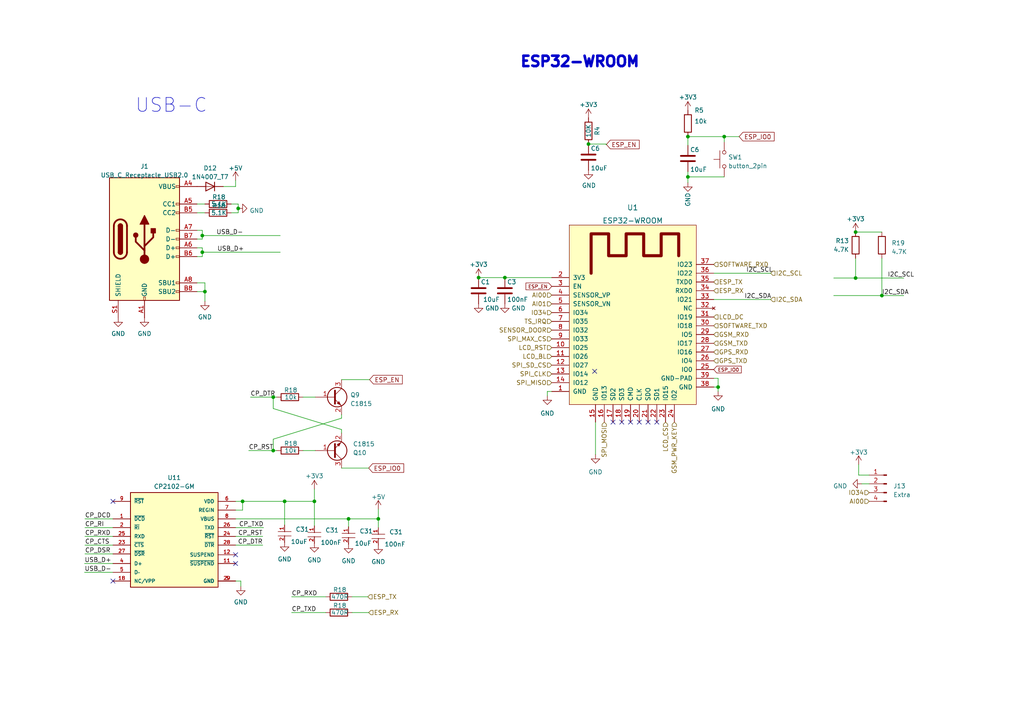
<source format=kicad_sch>
(kicad_sch (version 20230121) (generator eeschema)
  (paper "A4")
  (lib_symbols
    (symbol "+5V_1" (power) (pin_names (offset 0))
      (property "Value" "+5V_1" (at 0 3.556 0))
      (symbol "+5V_1_0_1"
        (polyline (pts (xy -0.762 1.27) (xy 0 2.54)))
        (polyline (pts (xy 0 0) (xy 0 2.54)))
        (polyline (pts (xy 0 2.54) (xy 0.762 1.27)))
      )
      (symbol "+5V_1_1_1"
        (pin power_in line (at 0 0 90) (length 0) hide (name "+5V") (number "1"))
      )
    )
    (symbol "1ph_lib:R0603" (pin_numbers hide) (pin_names (offset 0))
      (property "Reference" "R" (at 2.032 0 90))
      (property "Value" "1ph_lib_R0603" (at 0 0 90))
      (symbol "R0603_0_1"
        (rectangle (start -1.016 -2.54) (end 1.016 2.54) (stroke (width 0.254)))
      )
      (symbol "R0603_1_1"
        (pin passive line (at 0 3.81 270) (length 1.27) (name "~") (number "1"))
        (pin passive line (at 0 -3.81 90) (length 1.27) (name "~") (number "2"))
      )
    )
    (symbol "Connector:Conn_01x04_Pin" (pin_names (offset 1.016) hide)
      (property "Reference" "J" (at 0 5.08 0))
      (property "Value" "Conn_01x04_Pin" (at 0 -7.62 0))
      (symbol "Conn_01x04_Pin_1_1"
        (polyline (pts (xy 1.27 -5.08) (xy 0.8636 -5.08)) (stroke (width 0.1524)))
        (polyline (pts (xy 1.27 -2.54) (xy 0.8636 -2.54)) (stroke (width 0.1524)))
        (polyline (pts (xy 1.27 0) (xy 0.8636 0)) (stroke (width 0.1524)))
        (polyline (pts (xy 1.27 2.54) (xy 0.8636 2.54)) (stroke (width 0.1524)))
        (rectangle (start 0.8636 -4.953) (end 0 -5.207) (stroke (width 0.1524)) (fill (type outline)))
        (rectangle (start 0.8636 -2.413) (end 0 -2.667) (stroke (width 0.1524)) (fill (type outline)))
        (rectangle (start 0.8636 0.127) (end 0 -0.127) (stroke (width 0.1524)) (fill (type outline)))
        (rectangle (start 0.8636 2.667) (end 0 2.413) (stroke (width 0.1524)) (fill (type outline)))
        (pin passive line (at 5.08 2.54 180) (length 3.81) (name "Pin_1") (number "1"))
        (pin passive line (at 5.08 0 180) (length 3.81) (name "Pin_2") (number "2"))
        (pin passive line (at 5.08 -2.54 180) (length 3.81) (name "Pin_3") (number "3"))
        (pin passive line (at 5.08 -5.08 180) (length 3.81) (name "Pin_4") (number "4"))
      )
    )
    (symbol "Connector:USB_C_Receptacle_USB2.0" (pin_names (offset 1.016))
      (property "Reference" "J" (at -10.16 19.05 0))
      (property "Value" "USB_C_Receptacle_USB2.0" (at 19.05 19.05 0))
      (symbol "USB_C_Receptacle_USB2.0_0_0"
        (rectangle (start -0.254 -17.78) (end 0.254 -16.764))
        (rectangle (start 10.16 -14.986) (end 9.144 -15.494))
        (rectangle (start 10.16 -12.446) (end 9.144 -12.954))
        (rectangle (start 10.16 -4.826) (end 9.144 -5.334))
        (rectangle (start 10.16 -2.286) (end 9.144 -2.794))
        (rectangle (start 10.16 0.254) (end 9.144 -0.254))
        (rectangle (start 10.16 2.794) (end 9.144 2.286))
        (rectangle (start 10.16 7.874) (end 9.144 7.366))
        (rectangle (start 10.16 10.414) (end 9.144 9.906))
        (rectangle (start 10.16 15.494) (end 9.144 14.986))
      )
      (symbol "USB_C_Receptacle_USB2.0_0_1"
        (rectangle (start -10.16 17.78) (end 10.16 -17.78) (stroke (width 0.254)) (fill (type background)))
        (arc (start -8.89 -3.81) (mid -6.985 -5.7067) (end -5.08 -3.81) (stroke (width 0.508)))
        (arc (start -7.62 -3.81) (mid -6.985 -4.4423) (end -6.35 -3.81) (stroke (width 0.254)))
        (arc (start -7.62 -3.81) (mid -6.985 -4.4423) (end -6.35 -3.81) (stroke (width 0.254)) (fill (type outline)))
        (rectangle (start -7.62 -3.81) (end -6.35 3.81) (stroke (width 0.254)) (fill (type outline)))
        (arc (start -6.35 3.81) (mid -6.985 4.4423) (end -7.62 3.81) (stroke (width 0.254)))
        (arc (start -6.35 3.81) (mid -6.985 4.4423) (end -7.62 3.81) (stroke (width 0.254)) (fill (type outline)))
        (arc (start -5.08 3.81) (mid -6.985 5.7067) (end -8.89 3.81) (stroke (width 0.508)))
        (circle (center -2.54 1.143) (radius 0.635) (stroke (width 0.254)) (fill (type outline)))
        (circle (center 0 -5.842) (radius 1.27) (fill (type outline)))
        (polyline (pts (xy -8.89 -3.81) (xy -8.89 3.81)) (stroke (width 0.508)))
        (polyline (pts (xy -5.08 3.81) (xy -5.08 -3.81)) (stroke (width 0.508)))
        (polyline (pts (xy 0 -5.842) (xy 0 4.318)) (stroke (width 0.508)))
        (polyline (pts (xy 0 -3.302) (xy -2.54 -0.762) (xy -2.54 0.508)) (stroke (width 0.508)))
        (polyline (pts (xy 0 -2.032) (xy 2.54 0.508) (xy 2.54 1.778)) (stroke (width 0.508)))
        (polyline (pts (xy -1.27 4.318) (xy 0 6.858) (xy 1.27 4.318) (xy -1.27 4.318)) (stroke (width 0.254)) (fill (type outline)))
        (rectangle (start 1.905 1.778) (end 3.175 3.048) (stroke (width 0.254)) (fill (type outline)))
      )
      (symbol "USB_C_Receptacle_USB2.0_1_1"
        (pin passive line (at 0 -22.86 90) (length 5.08) (name "GND") (number "A1"))
        (pin passive line (at 0 -22.86 90) (length 5.08) hide (name "GND") (number "A12"))
        (pin passive line (at 15.24 15.24 180) (length 5.08) (name "VBUS") (number "A4"))
        (pin bidirectional line (at 15.24 10.16 180) (length 5.08) (name "CC1") (number "A5"))
        (pin bidirectional line (at 15.24 -2.54 180) (length 5.08) (name "D+") (number "A6"))
        (pin bidirectional line (at 15.24 2.54 180) (length 5.08) (name "D-") (number "A7"))
        (pin bidirectional line (at 15.24 -12.7 180) (length 5.08) (name "SBU1") (number "A8"))
        (pin passive line (at 15.24 15.24 180) (length 5.08) hide (name "VBUS") (number "A9"))
        (pin passive line (at 0 -22.86 90) (length 5.08) hide (name "GND") (number "B1"))
        (pin passive line (at 0 -22.86 90) (length 5.08) hide (name "GND") (number "B12"))
        (pin passive line (at 15.24 15.24 180) (length 5.08) hide (name "VBUS") (number "B4"))
        (pin bidirectional line (at 15.24 7.62 180) (length 5.08) (name "CC2") (number "B5"))
        (pin bidirectional line (at 15.24 -5.08 180) (length 5.08) (name "D+") (number "B6"))
        (pin bidirectional line (at 15.24 0 180) (length 5.08) (name "D-") (number "B7"))
        (pin bidirectional line (at 15.24 -15.24 180) (length 5.08) (name "SBU2") (number "B8"))
        (pin passive line (at 15.24 15.24 180) (length 5.08) hide (name "VBUS") (number "B9"))
        (pin passive line (at -7.62 -22.86 90) (length 5.08) (name "SHIELD") (number "S1"))
      )
    )
    (symbol "Device:D" (pin_numbers hide) (pin_names (offset 1.016) hide)
      (property "Reference" "D" (at 0 2.54 0))
      (property "Value" "D" (at 0 -2.54 0))
      (symbol "D_0_1"
        (polyline (pts (xy -1.27 1.27) (xy -1.27 -1.27)) (stroke (width 0.254)))
        (polyline (pts (xy 1.27 0) (xy -1.27 0)))
        (polyline (pts (xy 1.27 1.27) (xy 1.27 -1.27) (xy -1.27 0) (xy 1.27 1.27)) (stroke (width 0.254)))
      )
      (symbol "D_1_1"
        (pin passive line (at -3.81 0 0) (length 2.54) (name "K") (number "1"))
        (pin passive line (at 3.81 0 180) (length 2.54) (name "A") (number "2"))
      )
    )
    (symbol "Device:Q_NPN_BEC" (pin_names (offset 0) hide)
      (property "Reference" "Q" (at 5.08 1.27 0))
      (property "Value" "Q_NPN_BEC" (at 5.08 -1.27 0))
      (symbol "Q_NPN_BEC_0_1"
        (polyline (pts (xy 0.635 0.635) (xy 2.54 2.54)))
        (polyline (pts (xy 0.635 -0.635) (xy 2.54 -2.54) (xy 2.54 -2.54)))
        (polyline (pts (xy 0.635 1.905) (xy 0.635 -1.905) (xy 0.635 -1.905)) (stroke (width 0.508)))
        (polyline (pts (xy 1.27 -1.778) (xy 1.778 -1.27) (xy 2.286 -2.286) (xy 1.27 -1.778) (xy 1.27 -1.778)) (fill (type outline)))
        (circle (center 1.27 0) (radius 2.8194) (stroke (width 0.254)))
      )
      (symbol "Q_NPN_BEC_1_1"
        (pin input line (at -5.08 0 0) (length 5.715) (name "B") (number "1"))
        (pin passive line (at 2.54 -5.08 90) (length 2.54) (name "E") (number "2"))
        (pin passive line (at 2.54 5.08 270) (length 2.54) (name "C") (number "3"))
      )
    )
    (symbol "Device:R" (pin_numbers hide) (pin_names (offset 0))
      (property "Reference" "R" (at 2.032 0 90))
      (property "Value" "R" (at 0 0 90))
      (symbol "R_0_1"
        (rectangle (start -1.016 -2.54) (end 1.016 2.54) (stroke (width 0.254)))
      )
      (symbol "R_1_1"
        (pin passive line (at 0 3.81 270) (length 1.27) (name "~") (number "1"))
        (pin passive line (at 0 -3.81 90) (length 1.27) (name "~") (number "2"))
      )
    )
    (symbol "GND_1" (power) (pin_names (offset 0))
      (property "Value" "GND_1" (at 0 -3.81 0))
      (symbol "GND_1_0_1"
        (polyline (pts (xy 0 0) (xy 0 -1.27) (xy 1.27 -1.27) (xy 0 -2.54) (xy -1.27 -1.27) (xy 0 -1.27)))
      )
      (symbol "GND_1_1_1"
        (pin power_in line (at 0 0 270) (length 0) hide (name "GND") (number "1"))
      )
    )
    (symbol "GND_2" (power) (pin_names (offset 0))
      (property "Value" "GND_2" (at 0 -3.81 0))
      (symbol "GND_2_0_1"
        (polyline (pts (xy 0 0) (xy 0 -1.27) (xy 1.27 -1.27) (xy 0 -2.54) (xy -1.27 -1.27) (xy 0 -1.27)))
      )
      (symbol "GND_2_1_1"
        (pin power_in line (at 0 0 270) (length 0) hide (name "GND") (number "1"))
      )
    )
    (symbol "Lib_Ph:button_2pin" (pin_numbers hide) (pin_names (offset 1.016) hide)
      (property "Reference" "SW" (at 0 8.89 0))
      (property "Value" "button_2pin" (at 1.27 -1.27 0))
      (symbol "button_2pin_1_1"
        (circle (center -2.032 2.54) (radius 0.508))
        (polyline (pts (xy 0 3.81) (xy 0 5.588)))
        (polyline (pts (xy 2.54 3.81) (xy -2.54 3.81)))
        (circle (center 2.032 2.54) (radius 0.508))
        (pin passive line (at -5.08 2.54 0) (length 2.54) (name "~") (number "1"))
        (pin passive line (at 5.08 2.54 180) (length 2.54) (name "~") (number "2"))
      )
    )
    (symbol "lib_Hien:CP2102" (pin_names (offset 1.016))
      (property "Reference" "U" (at -12.9441 18.3587 0))
      (property "Value" "CP2102-GM" (at -9.144 18.796 0))
      (symbol "CP2102_0_0"
        (rectangle (start -12.7 17.78) (end 12.7 -9.652) (stroke (width 0.254)) (fill (type background)))
        (pin input line (at -17.78 10.16 0) (length 5.08) (name "~{DCD}") (number "1"))
        (pin output line (at 17.78 -2.794 180) (length 5.08) (name "~{SUSPEND}") (number "11"))
        (pin output line (at 17.78 -0.254 180) (length 5.08) (name "SUSPEND") (number "12"))
        (pin bidirectional line (at -17.78 -7.874 0) (length 5.08) (name "NC/VPP") (number "18"))
        (pin input line (at -17.78 7.62 0) (length 5.08) (name "~{RI}") (number "2"))
        (pin input line (at -17.78 2.54 0) (length 5.08) (name "~{CTS}") (number "23"))
        (pin input line (at -17.78 5.08 0) (length 5.08) (name "RXD") (number "25"))
        (pin output line (at 17.78 7.62 180) (length 5.08) (name "TXD") (number "26"))
        (pin input line (at -17.78 0 0) (length 5.08) (name "~{DSR}") (number "27"))
        (pin output line (at 17.78 2.54 180) (length 5.08) (name "~{DTR}") (number "28"))
        (pin power_in line (at 17.78 -7.874 180) (length 5.08) (name "GND") (number "29"))
        (pin power_in line (at 17.78 -7.874 180) (length 5.08) (name "GND") (number "3"))
        (pin bidirectional line (at -17.78 -2.794 0) (length 5.08) (name "D+") (number "4"))
        (pin bidirectional line (at -17.78 -5.334 0) (length 5.08) (name "D–") (number "5"))
        (pin power_in line (at 17.78 15.24 180) (length 5.08) (name "VDD") (number "6"))
        (pin power_in line (at 17.78 12.7 180) (length 5.08) (name "REGIN") (number "7"))
        (pin power_in line (at 17.78 10.16 180) (length 5.08) (name "VBUS") (number "8"))
        (pin bidirectional line (at -17.78 15.24 0) (length 5.08) (name "~{RST}") (number "9"))
      )
      (symbol "CP2102_1_0"
        (pin output line (at 17.78 5.08 180) (length 5.08) (name "~{RST}") (number "24"))
      )
    )
    (symbol "library_by_DH:Capasitor_SMD"
      (property "Reference" "C?" (at 1.905 3.81 0))
      (property "Value" "Capasitor_SMD" (at 1.905 0.635 0))
      (symbol "Capasitor_SMD_0_1"
        (polyline (pts (xy -1.905 0) (xy 1.905 0)))
        (polyline (pts (xy -1.905 1.27) (xy 1.905 1.27)))
      )
      (symbol "Capasitor_SMD_1_1"
        (pin passive line (at 0 3.175 270) (length 2) (name "~") (number "1"))
        (pin passive line (at 0 -1.905 90) (length 2) (name "~") (number "2"))
      )
    )
    (symbol "ph_kicad_lib:ESP32-WROOM" (pin_names (offset 1.016))
      (property "Reference" "U1" (at -0.635 35.2298 0))
      (property "Value" "ESP32-WROOM" (at -0.635 32.5374 0))
      (symbol "ESP32-WROOM_0_1"
        (rectangle (start -19.05 30.48) (end 17.78 -21.59) (fill (type background)))
        (polyline (pts (xy -12.7 16.51) (xy -12.7 27.94) (xy -7.62 27.94) (xy -7.62 21.59) (xy -2.54 21.59) (xy -2.54 27.94) (xy 2.54 27.94) (xy 2.54 21.59) (xy 7.62 21.59) (xy 7.62 27.94) (xy 12.7 27.94) (xy 12.7 21.59)) (stroke (width 0.889)))
      )
      (symbol "ESP32-WROOM_1_1"
        (pin power_out line (at -24.13 -17.78 0) (length 5.08) (name "GND") (number "1"))
        (pin bidirectional line (at -24.13 -5.08 0) (length 5.08) (name "IO25") (number "10"))
        (pin bidirectional line (at -24.13 -7.62 0) (length 5.08) (name "IO26") (number "11"))
        (pin bidirectional line (at -24.13 -10.16 0) (length 5.08) (name "IO27") (number "12"))
        (pin bidirectional line (at -24.13 -12.7 0) (length 5.08) (name "IO14") (number "13"))
        (pin bidirectional line (at -24.13 -15.24 0) (length 5.08) (name "IO12") (number "14"))
        (pin power_in line (at -11.43 -26.67 90) (length 5.08) (name "GND") (number "15"))
        (pin bidirectional line (at -8.89 -26.67 90) (length 5.08) (name "IO13") (number "16"))
        (pin bidirectional line (at -6.35 -26.67 90) (length 5.08) (name "SD2") (number "17"))
        (pin bidirectional line (at -3.81 -26.67 90) (length 5.08) (name "SD3") (number "18"))
        (pin bidirectional line (at -1.27 -26.67 90) (length 5.08) (name "CMD") (number "19"))
        (pin power_in line (at -24.13 15.24 0) (length 5.08) (name "3V3") (number "2"))
        (pin input line (at 1.27 -26.67 90) (length 5.08) (name "CLK") (number "20"))
        (pin bidirectional line (at 3.81 -26.67 90) (length 5.08) (name "SDO") (number "21"))
        (pin bidirectional line (at 6.35 -26.67 90) (length 5.08) (name "SD1") (number "22"))
        (pin bidirectional line (at 8.89 -26.67 90) (length 5.08) (name "IO15") (number "23"))
        (pin bidirectional line (at 11.43 -26.67 90) (length 5.08) (name "IO2") (number "24"))
        (pin bidirectional line (at 22.86 -11.43 180) (length 5.08) (name "IO0") (number "25"))
        (pin input line (at 22.86 -8.89 180) (length 5.08) (name "IO4") (number "26"))
        (pin bidirectional line (at 22.86 -6.35 180) (length 5.08) (name "IO16") (number "27"))
        (pin bidirectional line (at 22.86 -3.81 180) (length 5.08) (name "IO17") (number "28"))
        (pin bidirectional line (at 22.86 -1.27 180) (length 5.08) (name "IO5") (number "29"))
        (pin input line (at -24.13 12.7 0) (length 5.08) (name "EN") (number "3"))
        (pin input line (at 22.86 1.27 180) (length 5.08) (name "IO18") (number "30"))
        (pin bidirectional line (at 22.86 3.81 180) (length 5.08) (name "IO19") (number "31"))
        (pin no_connect line (at 22.86 6.35 180) (length 5.08) (name "NC") (number "32"))
        (pin bidirectional line (at 22.86 8.89 180) (length 5.08) (name "IO21") (number "33"))
        (pin bidirectional line (at 22.86 11.43 180) (length 5.08) (name "RXD0") (number "34"))
        (pin bidirectional line (at 22.86 13.97 180) (length 5.08) (name "TXD0") (number "35"))
        (pin bidirectional line (at 22.86 16.51 180) (length 5.08) (name "IO22") (number "36"))
        (pin bidirectional line (at 22.86 19.05 180) (length 5.08) (name "IO23") (number "37"))
        (pin power_in line (at 22.86 -16.51 180) (length 5.08) (name "GND") (number "38"))
        (pin power_in line (at 22.86 -13.97 180) (length 5.08) (name "GND-PAD") (number "39"))
        (pin input line (at -24.13 10.16 0) (length 5.08) (name "SENSOR_VP") (number "4"))
        (pin input line (at -24.13 7.62 0) (length 5.08) (name "SENSOR_VN") (number "5"))
        (pin bidirectional line (at -24.13 5.08 0) (length 5.08) (name "IO34") (number "6"))
        (pin bidirectional line (at -24.13 2.54 0) (length 5.08) (name "IO35") (number "7"))
        (pin bidirectional line (at -24.13 0 0) (length 5.08) (name "IO32") (number "8"))
        (pin bidirectional line (at -24.13 -2.54 0) (length 5.08) (name "IO33") (number "9"))
      )
    )
    (symbol "ph_lib:C0805" (pin_numbers hide) (pin_names (offset 0.254))
      (property "Reference" "C" (at 0.635 2.54 0))
      (property "Value" "C0805" (at 0.635 -2.54 0))
      (symbol "C0805_0_1"
        (polyline (pts (xy -2.032 -0.762) (xy 2.032 -0.762)) (stroke (width 0.508)))
        (polyline (pts (xy -2.032 0.762) (xy 2.032 0.762)) (stroke (width 0.508)))
      )
      (symbol "C0805_1_1"
        (pin passive line (at 0 3.81 270) (length 2.794) (name "~") (number "1"))
        (pin passive line (at 0 -3.81 90) (length 2.794) (name "~") (number "2"))
      )
    )
    (symbol "ph_lib:C1206" (pin_numbers hide) (pin_names (offset 1.016))
      (property "Reference" "C" (at 0 -2.54 0))
      (property "Value" "C1206" (at 0 0 0))
      (symbol "C1206_1_1"
        (polyline (pts (xy 0.508 -8.382) (xy 4.572 -8.382)) (stroke (width 0.508)))
        (polyline (pts (xy 0.508 -6.858) (xy 4.572 -6.858)) (stroke (width 0.508)))
        (pin passive line (at 2.54 -3.81 270) (length 2.794) (name "~") (number "1"))
        (pin passive line (at 2.54 -11.43 90) (length 2.794) (name "~") (number "2"))
      )
    )
    (symbol "ph_lib:R0805" (pin_numbers hide) (pin_names (offset 0))
      (property "Reference" "R" (at 2.032 0 90))
      (property "Value" "R0805" (at 0 0 90))
      (symbol "R0805_0_1"
        (rectangle (start -1.016 -2.54) (end 1.016 2.54) (stroke (width 0.254)))
      )
      (symbol "R0805_1_1"
        (pin passive line (at 0 3.81 270) (length 1.27) (name "~") (number "1"))
        (pin passive line (at 0 -3.81 90) (length 1.27) (name "~") (number "2"))
      )
    )
    (symbol "power:+3V3" (power) (pin_names (offset 0))
      (property "Value" "+3V3" (at 0 3.556 0))
      (symbol "+3V3_0_1"
        (polyline (pts (xy -0.762 1.27) (xy 0 2.54)))
        (polyline (pts (xy 0 0) (xy 0 2.54)))
        (polyline (pts (xy 0 2.54) (xy 0.762 1.27)))
      )
      (symbol "+3V3_1_1"
        (pin power_in line (at 0 0 90) (length 0) hide (name "+3V3") (number "1"))
      )
    )
    (symbol "power:GND" (power) (pin_names (offset 0))
      (property "Value" "GND" (at 0 -3.81 0))
      (symbol "GND_0_1"
        (polyline (pts (xy 0 0) (xy 0 -1.27) (xy 1.27 -1.27) (xy 0 -2.54) (xy -1.27 -1.27) (xy 0 -1.27)))
      )
      (symbol "GND_1_1"
        (pin power_in line (at 0 0 270) (length 0) hide (name "GND") (number "1"))
      )
    )
  )
  (junction (at 82.55 145.415))
  (junction (at 138.811 80.518))
  (junction (at 58.674 68.326))
  (junction (at 146.431 80.518))
  (junction (at 70.358 145.415))
  (junction (at 79.248 130.683))
  (junction (at 210.058 39.624))
  (junction (at 170.688 41.783))
  (junction (at 248.158 80.645))
  (junction (at 79.248 115.189))
  (junction (at 59.436 84.582))
  (junction (at 91.186 145.415))
  (junction (at 255.778 85.725))
  (junction (at 248.158 67.31))
  (junction (at 101.092 150.495))
  (junction (at 58.674 73.152))
  (junction (at 69.088 60.452))
  (junction (at 208.28 112.268))
  (junction (at 199.517 39.624))
  (junction (at 199.517 51.308))
  (junction (at 109.728 150.495))
  (no_connect (at 180.34 122.428))
  (no_connect (at 177.8 122.428))
  (no_connect (at 32.766 168.529))
  (no_connect (at 190.5 122.428))
  (no_connect (at 32.766 145.415))
  (no_connect (at 182.88 122.428))
  (no_connect (at 185.42 122.428))
  (no_connect (at 68.326 160.909))
  (no_connect (at 68.326 163.449))
  (no_connect (at 187.96 122.428))
  (no_connect (at 172.466 107.696))
  (wire (pts (xy 59.436 84.582) (xy 59.436 87.376)))
  (wire (pts (xy 58.674 68.326) (xy 58.674 69.342)))
  (wire (pts (xy 68.326 145.415) (xy 70.358 145.415)))
  (wire (pts (xy 57.15 66.802) (xy 58.674 66.802)))
  (wire (pts (xy 99.06 124.587) (xy 99.06 125.603)))
  (wire (pts (xy 82.55 145.415) (xy 82.55 152.273)))
  (wire (pts (xy 68.326 52.324) (xy 68.326 54.102)))
  (wire (pts (xy 68.326 147.955) (xy 70.358 147.955)))
  (wire (pts (xy 248.158 80.645) (xy 262.128 80.645)))
  (wire (pts (xy 57.15 61.722) (xy 59.436 61.722)))
  (wire (pts (xy 58.674 69.342) (xy 57.15 69.342)))
  (wire (pts (xy 249.936 140.335) (xy 252.095 140.335)))
  (wire (pts (xy 199.517 51.308) (xy 199.517 49.784)))
  (wire (pts (xy 24.638 150.495) (xy 32.766 150.495)))
  (wire (pts (xy 199.517 52.959) (xy 199.517 51.308)))
  (wire (pts (xy 72.136 130.683) (xy 79.248 130.683)))
  (wire (pts (xy 24.638 153.035) (xy 32.766 153.035)))
  (wire (pts (xy 99.06 121.285) (xy 99.06 120.269)))
  (wire (pts (xy 72.644 115.189) (xy 79.248 115.189)))
  (wire (pts (xy 146.431 80.518) (xy 160.02 80.518)))
  (wire (pts (xy 210.058 39.624) (xy 199.517 39.624)))
  (wire (pts (xy 59.436 82.042) (xy 59.436 84.582)))
  (wire (pts (xy 68.326 168.529) (xy 69.85 168.529)))
  (wire (pts (xy 84.582 173.101) (xy 94.488 173.101)))
  (wire (pts (xy 57.15 82.042) (xy 59.436 82.042)))
  (wire (pts (xy 102.108 177.673) (xy 106.934 177.673)))
  (wire (pts (xy 208.28 112.268) (xy 207.01 112.268)))
  (wire (pts (xy 208.28 113.538) (xy 208.28 112.268)))
  (wire (pts (xy 214.376 39.624) (xy 210.058 39.624)))
  (wire (pts (xy 223.52 86.868) (xy 207.01 86.868)))
  (wire (pts (xy 91.186 145.415) (xy 91.186 152.527)))
  (wire (pts (xy 99.06 135.763) (xy 106.934 135.763)))
  (wire (pts (xy 69.088 61.722) (xy 67.056 61.722)))
  (wire (pts (xy 24.511 163.449) (xy 32.766 163.449)))
  (wire (pts (xy 101.092 152.781) (xy 101.092 150.495)))
  (wire (pts (xy 210.058 39.624) (xy 210.058 41.148)))
  (wire (pts (xy 69.088 60.452) (xy 69.088 61.722)))
  (wire (pts (xy 252.095 137.795) (xy 249.047 137.795)))
  (wire (pts (xy 199.517 39.624) (xy 199.517 42.164)))
  (wire (pts (xy 84.582 177.673) (xy 94.488 177.673)))
  (wire (pts (xy 109.728 153.035) (xy 109.728 150.495)))
  (wire (pts (xy 64.77 54.102) (xy 68.326 54.102)))
  (wire (pts (xy 69.088 59.182) (xy 69.088 60.452)))
  (wire (pts (xy 87.884 130.683) (xy 91.44 130.683)))
  (wire (pts (xy 175.768 41.91) (xy 175.768 41.783)))
  (wire (pts (xy 68.326 155.575) (xy 76.2 155.575)))
  (wire (pts (xy 70.358 145.415) (xy 82.55 145.415)))
  (wire (pts (xy 79.248 118.491) (xy 79.248 115.189)))
  (wire (pts (xy 99.06 110.109) (xy 107.188 110.109)))
  (wire (pts (xy 99.06 124.587) (xy 79.248 118.491)))
  (wire (pts (xy 158.75 113.538) (xy 160.02 113.538)))
  (wire (pts (xy 68.326 150.495) (xy 101.092 150.495)))
  (wire (pts (xy 109.728 150.495) (xy 101.092 150.495)))
  (wire (pts (xy 199.517 51.308) (xy 210.058 51.308)))
  (wire (pts (xy 68.326 158.115) (xy 76.2 158.115)))
  (wire (pts (xy 208.28 109.728) (xy 208.28 112.268)))
  (wire (pts (xy 175.768 41.91) (xy 175.895 41.91)))
  (wire (pts (xy 24.638 158.115) (xy 32.766 158.115)))
  (wire (pts (xy 207.01 109.728) (xy 208.28 109.728)))
  (wire (pts (xy 172.72 131.826) (xy 172.72 122.428)))
  (wire (pts (xy 58.674 73.152) (xy 58.674 74.422)))
  (wire (pts (xy 109.728 150.495) (xy 109.728 147.701)))
  (wire (pts (xy 57.15 59.182) (xy 59.436 59.182)))
  (wire (pts (xy 57.15 84.582) (xy 59.436 84.582)))
  (wire (pts (xy 248.158 74.93) (xy 248.158 80.645)))
  (wire (pts (xy 24.638 160.655) (xy 32.766 160.655)))
  (wire (pts (xy 241.808 80.645) (xy 248.158 80.645)))
  (wire (pts (xy 175.768 41.783) (xy 170.688 41.783)))
  (wire (pts (xy 68.326 153.035) (xy 76.454 153.035)))
  (wire (pts (xy 82.55 145.415) (xy 91.186 145.415)))
  (wire (pts (xy 138.811 80.518) (xy 146.431 80.518)))
  (wire (pts (xy 158.75 114.808) (xy 158.75 113.538)))
  (wire (pts (xy 58.674 73.152) (xy 81.28 73.152)))
  (wire (pts (xy 99.06 121.285) (xy 79.248 127.381)))
  (wire (pts (xy 80.264 115.189) (xy 79.248 115.189)))
  (wire (pts (xy 91.186 145.415) (xy 91.186 141.859)))
  (wire (pts (xy 58.674 71.882) (xy 58.674 73.152)))
  (wire (pts (xy 255.778 85.725) (xy 262.128 85.725)))
  (wire (pts (xy 58.674 66.802) (xy 58.674 68.326)))
  (wire (pts (xy 255.778 74.93) (xy 255.778 85.725)))
  (wire (pts (xy 102.108 173.101) (xy 106.68 173.101)))
  (wire (pts (xy 207.01 79.248) (xy 223.52 79.248)))
  (wire (pts (xy 249.047 137.795) (xy 249.047 134.747)))
  (wire (pts (xy 67.056 59.182) (xy 69.088 59.182)))
  (wire (pts (xy 87.884 115.189) (xy 91.44 115.189)))
  (wire (pts (xy 57.15 74.422) (xy 58.674 74.422)))
  (wire (pts (xy 241.808 85.725) (xy 255.778 85.725)))
  (wire (pts (xy 255.778 67.31) (xy 248.158 67.31)))
  (wire (pts (xy 24.511 165.989) (xy 32.766 165.989)))
  (wire (pts (xy 58.674 68.326) (xy 81.28 68.326)))
  (wire (pts (xy 24.638 155.575) (xy 32.766 155.575)))
  (wire (pts (xy 80.264 130.683) (xy 79.248 130.683)))
  (wire (pts (xy 70.358 147.955) (xy 70.358 145.415)))
  (wire (pts (xy 79.248 127.381) (xy 79.248 130.683)))
  (wire (pts (xy 57.15 71.882) (xy 58.674 71.882)))
  (wire (pts (xy 69.85 168.529) (xy 69.85 170.053)))
  (text "ESP32-WROOM" (at 150.622 19.812 0) (effects (font (size 3 3) (thickness 1) bold) (justify left bottom)))
  (text "USB-C" (at 39.116 33.02 0) (effects (font (size 4 4)) (justify left bottom)))
  (label "I2C_SDA" (at 215.9 86.868 0))
  (label "CP_DSR" (at 24.638 160.655 0))
  (label "I2C_SDA" (at 255.778 85.725 0))
  (label "CP_RST" (at 76.2 155.575 180))
  (label "CP_RST" (at 72.136 130.683 0))
  (label "I2C_SCL" (at 216.408 79.248 0))
  (label "CP_DCD" (at 24.638 150.495 0))
  (label "I2C_SCL" (at 257.429 80.645 0))
  (label "CP_TXD" (at 76.454 153.035 180))
  (label "CP_RI" (at 24.638 153.035 0))
  (label "CP_CTS" (at 24.638 158.115 0))
  (label "USB_D+" (at 62.992 73.152 0))
  (label "CP_RXD" (at 84.582 173.101 0))
  (label "USB_D+" (at 24.511 163.449 0))
  (label "USB_D-" (at 24.511 165.989 0))
  (label "CP_RXD" (at 24.638 155.575 0))
  (label "CP_TXD" (at 84.582 177.673 0))
  (label "CP_DTR" (at 72.644 115.189 0))
  (label "CP_DTR" (at 76.2 158.115 180))
  (label "USB_D-" (at 62.738 68.326 0))
  (global_label "ESP_IO0" (shape input) (at 106.934 135.763 0) (property "Intersheetrefs" "${INTERSHEET_REFS}" (effects hide)))
  (global_label "ESP_IO0" (shape input) (at 207.01 107.188 0) (effects (font (size 1 1))) (property "Intersheetrefs" "${INTERSHEET_REFS}" (effects hide)))
  (global_label "ESP_EN" (shape input) (at 175.895 41.91 0) (property "Intersheetrefs" "${INTERSHEET_REFS}" (effects hide)))
  (global_label "ESP_EN" (shape input) (at 107.188 110.109 0) (property "Intersheetrefs" "${INTERSHEET_REFS}" (effects hide)))
  (global_label "ESP_IO0" (shape input) (at 214.376 39.624 0) (property "Intersheetrefs" "${INTERSHEET_REFS}" (effects hide)))
  (global_label "ESP_EN" (shape input) (at 160.02 83.058 180) (effects (font (size 1 1))) (property "Intersheetrefs" "${INTERSHEET_REFS}" (effects hide)))
  (hierarchical_label "LCD_CS" (shape input) (at 193.04 122.428 270))
  (hierarchical_label "GSM_PWR_KEY" (shape input) (at 195.58 122.428 270))
  (hierarchical_label "AI00" (shape input) (at 160.02 85.598 180))
  (hierarchical_label "LCD_BL" (shape input) (at 160.02 103.378 180))
  (hierarchical_label "AI01" (shape input) (at 160.02 88.138 180))
  (hierarchical_label "TS_IRQ" (shape input) (at 160.02 93.218 180))
  (hierarchical_label "SPI_MISO" (shape input) (at 160.02 110.998 180))
  (hierarchical_label "LCD_RST" (shape input) (at 160.02 100.838 180))
  (hierarchical_label "GPS_TXD" (shape input) (at 207.01 104.648 0))
  (hierarchical_label "SENSOR_DOOR" (shape input) (at 160.02 95.758 180))
  (hierarchical_label "ESP_RX" (shape input) (at 207.01 84.328 0))
  (hierarchical_label "ESP_RX" (shape input) (at 106.934 177.673 0))
  (hierarchical_label "IO34" (shape input) (at 252.095 142.875 180))
  (hierarchical_label "SOFTWARE_RXD" (shape input) (at 207.01 76.708 0))
  (hierarchical_label "SPI_MOSI" (shape input) (at 175.26 122.428 270))
  (hierarchical_label "IO34" (shape input) (at 160.02 90.678 180))
  (hierarchical_label "GPS_RXD" (shape input) (at 207.01 102.108 0))
  (hierarchical_label "I2C_SDA" (shape input) (at 223.52 86.868 0))
  (hierarchical_label "ESP_TX" (shape input) (at 207.01 81.788 0))
  (hierarchical_label "SPI_CLK" (shape input) (at 160.02 108.458 180))
  (hierarchical_label "AI00" (shape input) (at 252.095 145.415 180))
  (hierarchical_label "SPI_MAX_CS" (shape input) (at 160.02 98.298 180))
  (hierarchical_label "LCD_DC" (shape input) (at 207.01 91.948 0))
  (hierarchical_label "I2C_SCL" (shape input) (at 223.52 79.248 0))
  (hierarchical_label "SPI_SD_CS" (shape input) (at 160.02 105.918 180))
  (hierarchical_label "GSM_TXD" (shape input) (at 207.01 99.568 0))
  (hierarchical_label "ESP_TX" (shape input) (at 106.68 173.101 0))
  (hierarchical_label "GSM_RXD" (shape input) (at 207.01 97.028 0))
  (hierarchical_label "SOFTWARE_TXD" (shape input) (at 207.01 94.488 0))
  (symbol (lib_id "library_by_DH:Capasitor_SMD") (at 101.092 155.956 0) (unit 1)
    (property "Reference" "C31" (at 104.267 154.0509 0) (effects (justify left)))
    (property "Value" "10uF" (at 102.87 157.607 0) (effects (justify left)))
    (property "Footprint" "Capacitor_SMD:C_0805_2012Metric" (effects hide))
    (instances (project "Esp32_Presence_Sensor_hw" (path "" (reference "C31") (unit 1))) (project "Esp32_Modbus_Relay_hw_V2" (path "" (reference "C18") (unit 1))) (project "ph_portable_refrigerator_v2_hw" (path "" (reference "C43") (unit 1))))
  )
  (symbol (lib_id "Device:R") (at 98.298 177.673 270) (unit 1)
    (property "Reference" "R18" (at 98.552 175.641 90))
    (property "Value" "470R" (at 98.552 177.673 90))
    (property "Footprint" "Resistor_SMD:R_0805_2012Metric" (effects hide))
    (property "Code" "C4109" (effects hide))
    (instances (project "Esp32_Presence_Sensor_hw" (path "" (reference "R18") (unit 1))) (project "Esp32_Modbus_Relay_hw_V2" (path "" (reference "R32") (unit 1))) (project "ph_portable_refrigerator_v2_hw" (path "" (reference "R61") (unit 1))))
  )
  (symbol (lib_id "power:+3V3") (at 199.517 32.004 0) (unit 1)
    (property "Reference" "#PWR022" (effects hide))
    (property "Value" "+3V3" (at 199.517 28.194 0))
    (instances (project "ph_portable_refrigerator_v2_hw" (path "" (reference "#PWR022") (unit 1)) (path "" (reference "#PWR018") (unit 1))))
  )
  (symbol (lib_name "+5V_1") (lib_id "power:+5V") (at 109.728 147.701 0) (unit 1)
    (property "Reference" "#PWR070" (effects hide))
    (property "Value" "+5V" (at 109.728 144.145 0))
    (instances (project "Esp32_Modbus_Relay_hw_V2" (path "" (reference "#PWR070") (unit 1))) (project "ph_portable_refrigerator_v2_hw" (path "" (reference "#PWR0143") (unit 1))))
  )
  (symbol (lib_name "GND_1") (lib_id "power:GND") (at 82.55 157.353 0) (unit 1)
    (property "Reference" "#PWR071" (effects hide))
    (property "Value" "GND" (at 82.55 162.179 0))
    (instances (project "Esp32_Modbus_Relay_hw_V2" (path "" (reference "#PWR071") (unit 1))) (project "ph_portable_refrigerator_v2_hw" (path "" (reference "#PWR0137") (unit 1))))
  )
  (symbol (lib_id "Lib_Ph:button_2pin") (at 212.598 46.228 90) (unit 1)
    (property "Reference" "SW1" (at 211.201 45.593 90) (effects (justify right)))
    (property "Value" "button_2pin" (at 211.201 48.133 90) (effects (justify right)))
    (property "Footprint" "Button_Switch_SMD:SW_DIP_SPSTx01_Slide_6.7x4.1mm_W6.73mm_P2.54mm_LowProfile_JPin" (effects hide))
  )
  (symbol (lib_id "power:+3V3") (at 91.186 141.859 0) (unit 1)
    (property "Reference" "#PWR01" (effects hide))
    (property "Value" "+3V3" (at 91.186 138.049 0))
    (instances (project "ph_portable_refrigerator_v2_hw" (path "" (reference "#PWR01") (unit 1)) (path "" (reference "#PWR0120") (unit 1))))
  )
  (symbol (lib_id "1ph_lib:R0603") (at 170.688 37.973 180) (unit 1)
    (property "Reference" "R4" (at 173.228 37.973 90))
    (property "Value" "10K" (at 170.688 37.973 90))
    (property "Footprint" "Capacitor_SMD:C_0805_2012Metric" (effects hide))
    (property "Desc" "Resistor SMD 0603" (effects hide))
    (property "Link" "http://www.dientuachau.com/res-1-0603" (effects hide))
  )
  (symbol (lib_id "power:GND") (at 170.688 49.403 0) (unit 1)
    (property "Reference" "#PWR015" (effects hide))
    (property "Value" "GND" (at 170.815 53.7972 0))
    (instances (project "ph_portable_refrigerator_v2_hw" (path "" (reference "#PWR015") (unit 1)) (path "" (reference "#PWR014") (unit 1))))
  )
  (symbol (lib_id "power:GND") (at 138.811 88.138 0) (unit 1)
    (property "Reference" "#PWR02" (effects hide))
    (property "Value" "GND" (at 140.716 89.4079 0) (effects (justify left)))
  )
  (symbol (lib_id "Device:R") (at 84.074 130.683 270) (unit 1)
    (property "Reference" "R18" (at 84.328 128.651 90))
    (property "Value" "10k" (at 84.328 130.683 90))
    (property "Footprint" "Resistor_SMD:R_0805_2012Metric" (effects hide))
    (property "Code" "C4109" (effects hide))
    (instances (project "Esp32_Presence_Sensor_hw" (path "" (reference "R18") (unit 1))) (project "Esp32_Modbus_Relay_hw_V2" (path "" (reference "R35") (unit 1))) (project "ph_portable_refrigerator_v2_hw" (path "" (reference "R59") (unit 1))))
  )
  (symbol (lib_id "power:+3V3") (at 249.047 134.747 0) (unit 1)
    (property "Reference" "#PWR0103" (effects hide))
    (property "Value" "+3V3" (at 249.047 131.191 0))
    (instances (project "ph_portable_refrigerator_v2_hw" (path "" (reference "#PWR0103") (unit 1)) (path "" (reference "#PWR0105") (unit 1))))
  )
  (symbol (lib_id "ph_lib:R0805") (at 248.158 71.12 0) (mirror y) (unit 1)
    (property "Reference" "R13" (at 246.253 69.8499 0) (effects (justify left)))
    (property "Value" "4.7K" (at 246.253 72.3899 0) (effects (justify left)))
    (property "Footprint" "Resistor_SMD:R_0805_2012Metric" (effects hide))
    (property "Desc" "Resistor SMD 0805" (effects hide))
    (property "Link" "http://www.dientuachau.com/res-1-0805" (effects hide))
  )
  (symbol (lib_id "library_by_DH:Capasitor_SMD") (at 109.728 156.21 0) (unit 1)
    (property "Reference" "C31" (at 112.903 154.3049 0) (effects (justify left)))
    (property "Value" "100nF" (at 111.506 157.861 0) (effects (justify left)))
    (property "Footprint" "Capacitor_SMD:C_0805_2012Metric" (effects hide))
    (instances (project "Esp32_Presence_Sensor_hw" (path "" (reference "C31") (unit 1))) (project "Esp32_Modbus_Relay_hw_V2" (path "" (reference "C19") (unit 1))) (project "ph_portable_refrigerator_v2_hw" (path "" (reference "C44") (unit 1))))
  )
  (symbol (lib_name "+5V_1") (lib_id "power:+5V") (at 68.326 52.324 0) (unit 1)
    (property "Reference" "#PWR061" (effects hide))
    (property "Value" "+5V" (at 68.326 48.768 0))
    (instances (project "Esp32_Modbus_Relay_hw_V2" (path "" (reference "#PWR061") (unit 1))) (project "ph_portable_refrigerator_v2_hw" (path "" (reference "#PWR0134") (unit 1))))
  )
  (symbol (lib_id "Connector:USB_C_Receptacle_USB2.0") (at 41.91 69.342 0) (unit 1)
    (property "Reference" "J1" (at 41.91 48.26 0))
    (property "Value" "USB_C_Receptacle_USB2.0" (at 41.91 50.8 0))
    (property "Footprint" "Connector_USB:USB_C_Receptacle_GCT_USB4105-xx-A_16P_TopMnt_Horizontal" (effects hide))
    (property "Datasheet" "https://www.usb.org/sites/default/files/documents/usb_type-c.zip" (effects hide))
    (instances (project "Esp32_Modbus_Relay_hw_V2" (path "" (reference "J1") (unit 1))) (project "ph_portable_refrigerator_v2_hw" (path "" (reference "J15") (unit 1))))
  )
  (symbol (lib_id "ph_lib:C1206") (at 168.148 37.973 0) (unit 1)
    (property "Reference" "C6" (at 171.323 43.053 0) (effects (justify left)))
    (property "Value" "10uF" (at 171.323 48.768 0) (effects (justify left)))
    (property "Footprint" "Capacitor_SMD:C_0805_2012Metric" (effects hide))
    (property "Desc" "Capacitor SMD Ceramic 1206" (effects hide))
    (property "Link" "http://www.tme.vn/Products.aspx?cateId=465" (effects hide))
  )
  (symbol (lib_id "power:GND") (at 172.72 131.826 0) (unit 1)
    (property "Reference" "#PWR018" (effects hide))
    (property "Value" "GND" (at 172.72 136.906 0))
    (instances (project "ph_portable_refrigerator_v2_hw" (path "" (reference "#PWR018") (unit 1)) (path "" (reference "#PWR016") (unit 1))))
  )
  (symbol (lib_id "ph_kicad_lib:ESP32-WROOM") (at 184.15 95.758 0) (unit 1)
    (property "Reference" "U1" (at 183.515 60.198 0) (effects (font (size 1.524 1.524))))
    (property "Value" "ESP32-WROOM" (at 183.515 64.008 0) (effects (font (size 1.524 1.524))))
    (property "Footprint" "Lib_Hien:MODULE_ESP32-WROOM-32" (effects hide))
  )
  (symbol (lib_id "Device:Q_NPN_BEC") (at 96.52 130.683 0) (mirror x) (unit 1)
    (property "Reference" "Q10" (at 102.362 131.318 0) (effects (justify left)))
    (property "Value" "C1815" (at 102.362 128.778 0) (effects (justify left)))
    (property "Footprint" "Package_TO_SOT_SMD:SOT-23" (effects hide))
    (instances (project "Esp32_Modbus_Relay_hw_V2" (path "" (reference "Q10") (unit 1))) (project "ph_portable_refrigerator_v2_hw" (path "" (reference "Q11") (unit 1))))
  )
  (symbol (lib_id "power:GND") (at 208.28 113.538 0) (unit 1)
    (property "Reference" "#PWR031" (effects hide))
    (property "Value" "GND" (at 208.28 118.618 0))
    (instances (project "ph_portable_refrigerator_v2_hw" (path "" (reference "#PWR031") (unit 1)) (path "" (reference "#PWR022") (unit 1))))
  )
  (symbol (lib_id "ph_lib:R0805") (at 199.517 35.814 0) (unit 1)
    (property "Reference" "R5" (at 201.422 32.004 0) (effects (justify left)))
    (property "Value" "10k" (at 201.422 35.179 0) (effects (justify left)))
    (property "Footprint" "Resistor_SMD:R_0805_2012Metric" (effects hide))
    (property "Desc" "Resistor SMD 0805" (effects hide))
    (property "Link" "http://www.dientuachau.com/res-1-0805" (effects hide))
  )
  (symbol (lib_id "ph_lib:C1206") (at 196.977 38.354 0) (unit 1)
    (property "Reference" "C6" (at 200.152 43.434 0) (effects (justify left)))
    (property "Value" "10uF" (at 200.152 49.149 0) (effects (justify left)))
    (property "Footprint" "Capacitor_SMD:C_0805_2012Metric" (effects hide))
    (property "Desc" "Capacitor SMD Ceramic 1206" (effects hide))
    (property "Link" "http://www.tme.vn/Products.aspx?cateId=465" (effects hide))
    (instances (project "ph_portable_refrigerator_v2_hw" (path "" (reference "C6") (unit 1)) (path "" (reference "C15") (unit 1))))
  )
  (symbol (lib_name "GND_1") (lib_id "power:GND") (at 101.092 157.861 0) (unit 1)
    (property "Reference" "#PWR073" (effects hide))
    (property "Value" "GND" (at 101.092 162.687 0))
    (instances (project "Esp32_Modbus_Relay_hw_V2" (path "" (reference "#PWR073") (unit 1))) (project "ph_portable_refrigerator_v2_hw" (path "" (reference "#PWR0142") (unit 1))))
  )
  (symbol (lib_id "Device:R") (at 63.246 59.182 270) (unit 1)
    (property "Reference" "R18" (at 63.5 57.15 90))
    (property "Value" "5.1K" (at 63.5 59.182 90))
    (property "Footprint" "Resistor_SMD:R_0805_2012Metric" (effects hide))
    (property "Code" "C4109" (effects hide))
    (instances (project "Esp32_Presence_Sensor_hw" (path "" (reference "R18") (unit 1))) (project "Esp32_Modbus_Relay_hw_V2" (path "" (reference "R30") (unit 1))) (project "ph_portable_refrigerator_v2_hw" (path "" (reference "R56") (unit 1))))
  )
  (symbol (lib_id "ph_lib:R0805") (at 255.778 71.12 0) (mirror y) (unit 1)
    (property "Reference" "R19" (at 258.572 70.485 0) (effects (justify right)))
    (property "Value" "4.7K" (at 258.572 73.025 0) (effects (justify right)))
    (property "Footprint" "Resistor_SMD:R_0805_2012Metric" (effects hide))
    (property "Desc" "Resistor SMD 0805" (effects hide))
    (property "Link" "http://www.dientuachau.com/res-1-0805" (effects hide))
  )
  (symbol (lib_id "Device:R") (at 84.074 115.189 270) (unit 1)
    (property "Reference" "R18" (at 84.328 113.157 90))
    (property "Value" "10k" (at 84.328 115.189 90))
    (property "Footprint" "Resistor_SMD:R_0805_2012Metric" (effects hide))
    (property "Code" "C4109" (effects hide))
    (instances (project "Esp32_Presence_Sensor_hw" (path "" (reference "R18") (unit 1))) (project "Esp32_Modbus_Relay_hw_V2" (path "" (reference "R34") (unit 1))) (project "ph_portable_refrigerator_v2_hw" (path "" (reference "R58") (unit 1))))
  )
  (symbol (lib_name "GND_2") (lib_id "power:GND") (at 41.91 92.202 0) (unit 1)
    (property "Reference" "#PWR091" (effects hide))
    (property "Value" "GND" (at 41.91 96.774 0))
    (instances (project "Esp32_Modbus_Relay_hw_V2" (path "" (reference "#PWR091") (unit 1))) (project "ph_portable_refrigerator_v2_hw" (path "" (reference "#PWR0132") (unit 1))))
  )
  (symbol (lib_name "GND_2") (lib_id "power:GND") (at 34.29 92.202 0) (unit 1)
    (property "Reference" "#PWR092" (effects hide))
    (property "Value" "GND" (at 34.29 96.774 0))
    (instances (project "Esp32_Modbus_Relay_hw_V2" (path "" (reference "#PWR092") (unit 1))) (project "ph_portable_refrigerator_v2_hw" (path "" (reference "#PWR0131") (unit 1))))
  )
  (symbol (lib_id "lib_Hien:CP2102") (at 50.546 160.655 0) (unit 1)
    (property "Reference" "U11" (at 50.546 138.557 0))
    (property "Value" "CP2102-GM" (at 50.546 141.097 0))
    (property "Footprint" "Lib_Hien:CP2102" (effects hide))
    (property "MANUFACTURER" "Silicon Labs" (effects hide))
    (property "PRICE" "3.43 USD" (effects hide))
    (property "SNAPEDA_PACKAGE_ID" "11371" (effects hide))
    (property "PACKAGE" "QFN-28 Silicon Labs" (effects hide))
    (property "PARTREV" "1.8" (effects hide))
    (property "DESCRIPTION" "IC USB-TO-UART BRIDGE 28VQFN" (effects hide))
    (property "STANDARD" "IPC-7351B" (effects hide))
    (property "AVAILABILITY" "Good" (effects hide))
    (property "MP" "CP2102-GM" (effects hide))
  )
  (symbol (lib_id "power:GND") (at 146.431 88.138 0) (unit 1)
    (property "Reference" "#PWR05" (effects hide))
    (property "Value" "GND" (at 148.336 89.4079 0) (effects (justify left)))
  )
  (symbol (lib_id "library_by_DH:Capasitor_SMD") (at 82.55 155.448 0) (unit 1)
    (property "Reference" "C31" (at 85.725 153.5429 0) (effects (justify left)))
    (property "Value" "10uF" (at 84.328 157.099 0) (effects (justify left)))
    (property "Footprint" "Capacitor_SMD:C_0805_2012Metric" (effects hide))
    (instances (project "Esp32_Presence_Sensor_hw" (path "" (reference "C31") (unit 1))) (project "Esp32_Modbus_Relay_hw_V2" (path "" (reference "C16") (unit 1))) (project "ph_portable_refrigerator_v2_hw" (path "" (reference "C41") (unit 1))))
  )
  (symbol (lib_id "library_by_DH:Capasitor_SMD") (at 91.186 155.702 0) (unit 1)
    (property "Reference" "C31" (at 94.361 153.7969 0) (effects (justify left)))
    (property "Value" "100nF" (at 92.964 157.353 0) (effects (justify left)))
    (property "Footprint" "Capacitor_SMD:C_0805_2012Metric" (effects hide))
    (instances (project "Esp32_Presence_Sensor_hw" (path "" (reference "C31") (unit 1))) (project "Esp32_Modbus_Relay_hw_V2" (path "" (reference "C17") (unit 1))) (project "ph_portable_refrigerator_v2_hw" (path "" (reference "C42") (unit 1))))
  )
  (symbol (lib_id "Connector:Conn_01x04_Pin") (at 257.175 140.335 0) (mirror y) (unit 1)
    (property "Reference" "J13" (at 259.08 140.97 0) (effects (justify right)))
    (property "Value" "Extra" (at 259.08 143.51 0) (effects (justify right)))
    (property "Footprint" "Connector_PinHeader_2.54mm:PinHeader_1x04_P2.54mm_Vertical" (effects hide))
  )
  (symbol (lib_id "Device:D") (at 60.96 54.102 180) (unit 1)
    (property "Reference" "D12" (at 60.96 48.768 0))
    (property "Value" "1N4007_T7" (at 60.96 51.308 0))
    (property "Footprint" "Diode_SMD:D_SOD-123F" (effects hide))
    (property "Sim.Device" "D" (effects hide))
    (property "Sim.Pins" "1=K 2=A" (effects hide))
  )
  (symbol (lib_id "power:GND") (at 158.75 114.808 0) (unit 1)
    (property "Reference" "#PWR016" (effects hide))
    (property "Value" "GND" (at 158.75 119.888 0))
    (instances (project "ph_portable_refrigerator_v2_hw" (path "" (reference "#PWR016") (unit 1)) (path "" (reference "#PWR015") (unit 1))))
  )
  (symbol (lib_id "ph_lib:C0805") (at 146.431 84.328 0) (unit 1)
    (property "Reference" "C3" (at 147.066 81.788 0) (effects (justify left)))
    (property "Value" "100nF" (at 147.066 86.868 0) (effects (justify left)))
    (property "Footprint" "Capacitor_SMD:C_0805_2012Metric" (effects hide))
    (property "Desc" "Capacitor SMD Ceramic 0805" (effects hide))
    (property "Link" "http://www.dientuachau.com/ceramic-0805" (effects hide))
  )
  (symbol (lib_id "power:+3V3") (at 248.158 67.31 0) (mirror y) (unit 1)
    (property "Reference" "#PWR09" (effects hide))
    (property "Value" "+3V3" (at 248.158 63.5 0))
    (instances (project "ph_portable_refrigerator_v2_hw" (path "" (reference "#PWR09") (unit 1)) (path "" (reference "#PWR025") (unit 1))))
  )
  (symbol (lib_id "ph_lib:C1206") (at 136.271 76.708 0) (unit 1)
    (property "Reference" "C1" (at 139.446 81.788 0) (effects (justify left)))
    (property "Value" "10uF" (at 140.081 86.868 0) (effects (justify left)))
    (property "Footprint" "Capacitor_SMD:C_0805_2012Metric" (effects hide))
    (property "Desc" "Capacitor SMD Ceramic 1206" (effects hide))
    (property "Link" "http://www.tme.vn/Products.aspx?cateId=465" (effects hide))
  )
  (symbol (lib_name "GND_1") (lib_id "power:GND") (at 109.728 158.115 0) (unit 1)
    (property "Reference" "#PWR074" (effects hide))
    (property "Value" "GND" (at 109.728 162.941 0))
    (instances (project "Esp32_Modbus_Relay_hw_V2" (path "" (reference "#PWR074") (unit 1))) (project "ph_portable_refrigerator_v2_hw" (path "" (reference "#PWR0144") (unit 1))))
  )
  (symbol (lib_id "power:+3V3") (at 138.811 80.518 0) (unit 1)
    (property "Reference" "#PWR01" (effects hide))
    (property "Value" "+3V3" (at 138.811 76.708 0))
  )
  (symbol (lib_id "Device:Q_NPN_BEC") (at 96.52 115.189 0) (unit 1)
    (property "Reference" "Q9" (at 101.6 114.554 0) (effects (justify left)))
    (property "Value" "C1815" (at 101.6 117.094 0) (effects (justify left)))
    (property "Footprint" "Package_TO_SOT_SMD:SOT-23" (effects hide))
    (instances (project "Esp32_Modbus_Relay_hw_V2" (path "" (reference "Q9") (unit 1))) (project "ph_portable_refrigerator_v2_hw" (path "" (reference "Q10") (unit 1))))
  )
  (symbol (lib_id "Device:R") (at 98.298 173.101 270) (unit 1)
    (property "Reference" "R18" (at 98.552 171.069 90))
    (property "Value" "470R" (at 98.552 173.101 90))
    (property "Footprint" "Resistor_SMD:R_0805_2012Metric" (effects hide))
    (property "Code" "C4109" (effects hide))
    (instances (project "Esp32_Presence_Sensor_hw" (path "" (reference "R18") (unit 1))) (project "Esp32_Modbus_Relay_hw_V2" (path "" (reference "R33") (unit 1))) (project "ph_portable_refrigerator_v2_hw" (path "" (reference "R60") (unit 1))))
  )
  (symbol (lib_id "power:GND") (at 249.936 140.335 270) (unit 1)
    (property "Reference" "#PWR0104" (effects hide))
    (property "Value" "GND" (at 245.745 140.97 90) (effects (justify right)))
    (instances (project "ph_portable_refrigerator_v2_hw" (path "" (reference "#PWR0104") (unit 1)) (path "" (reference "#PWR0106") (unit 1))))
  )
  (symbol (lib_id "Device:R") (at 63.246 61.722 270) (unit 1)
    (property "Reference" "R18" (at 63.5 59.69 90))
    (property "Value" "5.1K" (at 63.5 61.722 90))
    (property "Footprint" "Resistor_SMD:R_0805_2012Metric" (effects hide))
    (property "Code" "C4109" (effects hide))
    (instances (project "Esp32_Presence_Sensor_hw" (path "" (reference "R18") (unit 1))) (project "Esp32_Modbus_Relay_hw_V2" (path "" (reference "R31") (unit 1))) (project "ph_portable_refrigerator_v2_hw" (path "" (reference "R57") (unit 1))))
  )
  (symbol (lib_name "GND_2") (lib_id "power:GND") (at 69.088 60.452 90) (unit 1)
    (property "Reference" "#PWR068" (effects hide))
    (property "Value" "GND" (at 72.39 61.087 90) (effects (justify right)))
    (instances (project "Esp32_Modbus_Relay_hw_V2" (path "" (reference "#PWR068") (unit 1))) (project "ph_portable_refrigerator_v2_hw" (path "" (reference "#PWR0135") (unit 1))))
  )
  (symbol (lib_id "power:GND") (at 199.517 52.959 0) (unit 1)
    (property "Reference" "#PWR023" (effects hide))
    (property "Value" "GND" (at 199.517 59.944 90) (effects (justify left)))
    (instances (project "ph_portable_refrigerator_v2_hw" (path "" (reference "#PWR023") (unit 1)) (path "" (reference "#PWR020") (unit 1))))
  )
  (symbol (lib_name "GND_2") (lib_id "power:GND") (at 69.85 170.053 0) (unit 1)
    (property "Reference" "#PWR069" (effects hide))
    (property "Value" "GND" (at 69.85 174.625 0))
    (instances (project "Esp32_Modbus_Relay_hw_V2" (path "" (reference "#PWR069") (unit 1))) (project "ph_portable_refrigerator_v2_hw" (path "" (reference "#PWR0136") (unit 1))))
  )
  (symbol (lib_id "power:+3V3") (at 170.688 34.163 0) (unit 1)
    (property "Reference" "#PWR014" (effects hide))
    (property "Value" "+3V3" (at 170.688 30.353 0))
    (instances (project "ph_portable_refrigerator_v2_hw" (path "" (reference "#PWR014") (unit 1)) (path "" (reference "#PWR09") (unit 1))))
  )
  (symbol (lib_name "GND_1") (lib_id "power:GND") (at 91.186 157.607 0) (unit 1)
    (property "Reference" "#PWR072" (effects hide))
    (property "Value" "GND" (at 91.186 162.433 0))
    (instances (project "Esp32_Modbus_Relay_hw_V2" (path "" (reference "#PWR072") (unit 1))) (project "ph_portable_refrigerator_v2_hw" (path "" (reference "#PWR0139") (unit 1))))
  )
  (symbol (lib_name "GND_2") (lib_id "power:GND") (at 59.436 87.376 0) (unit 1)
    (property "Reference" "#PWR093" (effects hide))
    (property "Value" "GND" (at 59.436 91.948 0))
    (instances (project "Esp32_Modbus_Relay_hw_V2" (path "" (reference "#PWR093") (unit 1))) (project "ph_portable_refrigerator_v2_hw" (path "" (reference "#PWR0133") (unit 1))))
  )
)
</source>
